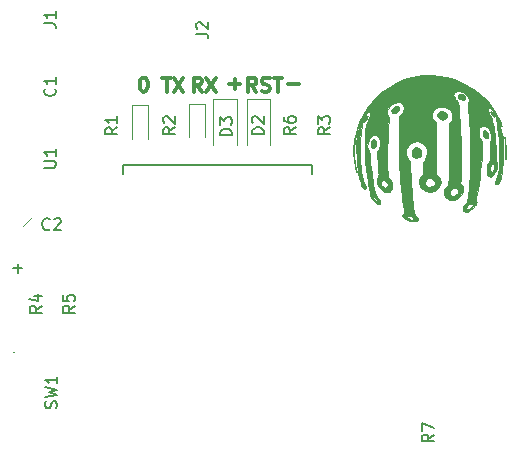
<source format=gbr>
G04 #@! TF.FileFunction,Legend,Top*
%FSLAX46Y46*%
G04 Gerber Fmt 4.6, Leading zero omitted, Abs format (unit mm)*
G04 Created by KiCad (PCBNEW 4.0.7-e2-6376~61~ubuntu18.04.1) date Sat Jun  9 20:52:15 2018*
%MOMM*%
%LPD*%
G01*
G04 APERTURE LIST*
%ADD10C,0.100000*%
%ADD11C,0.300000*%
%ADD12C,0.120000*%
%ADD13C,0.152400*%
%ADD14C,0.010000*%
%ADD15C,0.150000*%
G04 APERTURE END LIST*
D10*
D11*
X134342857Y-100585714D02*
X135257143Y-100585714D01*
X131642858Y-101242857D02*
X131242858Y-100671429D01*
X130957143Y-101242857D02*
X130957143Y-100042857D01*
X131414286Y-100042857D01*
X131528572Y-100100000D01*
X131585715Y-100157143D01*
X131642858Y-100271429D01*
X131642858Y-100442857D01*
X131585715Y-100557143D01*
X131528572Y-100614286D01*
X131414286Y-100671429D01*
X130957143Y-100671429D01*
X132100000Y-101185714D02*
X132271429Y-101242857D01*
X132557143Y-101242857D01*
X132671429Y-101185714D01*
X132728572Y-101128571D01*
X132785715Y-101014286D01*
X132785715Y-100900000D01*
X132728572Y-100785714D01*
X132671429Y-100728571D01*
X132557143Y-100671429D01*
X132328572Y-100614286D01*
X132214286Y-100557143D01*
X132157143Y-100500000D01*
X132100000Y-100385714D01*
X132100000Y-100271429D01*
X132157143Y-100157143D01*
X132214286Y-100100000D01*
X132328572Y-100042857D01*
X132614286Y-100042857D01*
X132785715Y-100100000D01*
X133128572Y-100042857D02*
X133814286Y-100042857D01*
X133471429Y-101242857D02*
X133471429Y-100042857D01*
X129342857Y-100585714D02*
X130257143Y-100585714D01*
X129800000Y-101042857D02*
X129800000Y-100128571D01*
X127000001Y-101242857D02*
X126600001Y-100671429D01*
X126314286Y-101242857D02*
X126314286Y-100042857D01*
X126771429Y-100042857D01*
X126885715Y-100100000D01*
X126942858Y-100157143D01*
X127000001Y-100271429D01*
X127000001Y-100442857D01*
X126942858Y-100557143D01*
X126885715Y-100614286D01*
X126771429Y-100671429D01*
X126314286Y-100671429D01*
X127400001Y-100042857D02*
X128200001Y-101242857D01*
X128200001Y-100042857D02*
X127400001Y-101242857D01*
X123685715Y-100042857D02*
X124371429Y-100042857D01*
X124028572Y-101242857D02*
X124028572Y-100042857D01*
X124657144Y-100042857D02*
X125457144Y-101242857D01*
X125457144Y-100042857D02*
X124657144Y-101242857D01*
X122042858Y-100042857D02*
X122157143Y-100042857D01*
X122271429Y-100100000D01*
X122328572Y-100157143D01*
X122385715Y-100271429D01*
X122442858Y-100500000D01*
X122442858Y-100785714D01*
X122385715Y-101014286D01*
X122328572Y-101128571D01*
X122271429Y-101185714D01*
X122157143Y-101242857D01*
X122042858Y-101242857D01*
X121928572Y-101185714D01*
X121871429Y-101128571D01*
X121814286Y-101014286D01*
X121757143Y-100785714D01*
X121757143Y-100500000D01*
X121814286Y-100271429D01*
X121871429Y-100157143D01*
X121928572Y-100100000D01*
X122042858Y-100042857D01*
D12*
X112680000Y-111810000D02*
X111910000Y-112580000D01*
X122500000Y-102400000D02*
X121100000Y-102400000D01*
X121100000Y-102400000D02*
X121100000Y-105200000D01*
X122500000Y-102400000D02*
X122500000Y-105200000D01*
X132800000Y-101850000D02*
X130800000Y-101850000D01*
X130800000Y-101850000D02*
X130800000Y-105750000D01*
X132800000Y-101850000D02*
X132800000Y-105750000D01*
X130000000Y-101850000D02*
X128000000Y-101850000D01*
X128000000Y-101850000D02*
X128000000Y-105750000D01*
X130000000Y-101850000D02*
X130000000Y-105750000D01*
X127300000Y-102300000D02*
X125900000Y-102300000D01*
X125900000Y-102300000D02*
X125900000Y-105100000D01*
X127300000Y-102300000D02*
X127300000Y-105100000D01*
X111070000Y-123270000D02*
X111100000Y-123270000D01*
D13*
X136316000Y-108241000D02*
X136316000Y-107479000D01*
X136316000Y-107479000D02*
X120314000Y-107479000D01*
X120314000Y-107479000D02*
X120314000Y-108241000D01*
D14*
G36*
X147132653Y-99883923D02*
X147776209Y-100002859D01*
X148359585Y-100168471D01*
X148980712Y-100410549D01*
X149574676Y-100717321D01*
X150135287Y-101084006D01*
X150656356Y-101505823D01*
X151131691Y-101977992D01*
X151555104Y-102495731D01*
X151762817Y-102796959D01*
X151846161Y-102934888D01*
X151942182Y-103108220D01*
X152043654Y-103302225D01*
X152143352Y-103502173D01*
X152234051Y-103693332D01*
X152308525Y-103860973D01*
X152359550Y-103990365D01*
X152377353Y-104049857D01*
X152389066Y-104117572D01*
X152379062Y-104122044D01*
X152359775Y-104094451D01*
X152309185Y-104050533D01*
X152267753Y-104071353D01*
X152250857Y-104148031D01*
X152261602Y-104214338D01*
X152290458Y-104330047D01*
X152332353Y-104475794D01*
X152359409Y-104562656D01*
X152434575Y-104846608D01*
X152488520Y-105166901D01*
X152521974Y-105531800D01*
X152535665Y-105949572D01*
X152530325Y-106428482D01*
X152528742Y-106481000D01*
X152512215Y-106927883D01*
X152492488Y-107310263D01*
X152468497Y-107636178D01*
X152439176Y-107913666D01*
X152403462Y-108150762D01*
X152360288Y-108355505D01*
X152308590Y-108535933D01*
X152247303Y-108700082D01*
X152229110Y-108742346D01*
X152137875Y-108924019D01*
X152054671Y-109036360D01*
X151977121Y-109081860D01*
X151915642Y-109070802D01*
X151873022Y-109037017D01*
X151858391Y-108982648D01*
X151866604Y-108884520D01*
X151869643Y-108863563D01*
X151894942Y-108750391D01*
X151940074Y-108598092D01*
X151996606Y-108434378D01*
X152014987Y-108386000D01*
X152072092Y-108220612D01*
X152118033Y-108041773D01*
X152153771Y-107840216D01*
X152180268Y-107606678D01*
X152198485Y-107331893D01*
X152209382Y-107006595D01*
X152213921Y-106621521D01*
X152214183Y-106465626D01*
X152203967Y-105866441D01*
X152172471Y-105309738D01*
X152117532Y-104767994D01*
X152037212Y-104215058D01*
X152005071Y-104018264D01*
X151973093Y-103819021D01*
X151945636Y-103644651D01*
X151931284Y-103550987D01*
X151898323Y-103391901D01*
X151850902Y-103232607D01*
X151811477Y-103134551D01*
X151748085Y-103027482D01*
X151659978Y-102908784D01*
X151559737Y-102791936D01*
X151459945Y-102690418D01*
X151373183Y-102617710D01*
X151312031Y-102587291D01*
X151301448Y-102588108D01*
X151265979Y-102631628D01*
X151243488Y-102716880D01*
X151242243Y-102728848D01*
X151240519Y-102780249D01*
X151247765Y-102833360D01*
X151268587Y-102899218D01*
X151307592Y-102988860D01*
X151369384Y-103113324D01*
X151458571Y-103283646D01*
X151528855Y-103415638D01*
X151573989Y-103532178D01*
X151621006Y-103711344D01*
X151668600Y-103943260D01*
X151715463Y-104218050D01*
X151760288Y-104525839D01*
X151801769Y-104856752D01*
X151838597Y-105200912D01*
X151869465Y-105548445D01*
X151893068Y-105889474D01*
X151908097Y-106214124D01*
X151910562Y-106299571D01*
X151922664Y-106646129D01*
X151940152Y-106924104D01*
X151962920Y-107132131D01*
X151984587Y-107246190D01*
X152016141Y-107398486D01*
X152020792Y-107524067D01*
X152000013Y-107663010D01*
X151999916Y-107663476D01*
X151951032Y-107827649D01*
X151876191Y-107995384D01*
X151784788Y-108152633D01*
X151686212Y-108285347D01*
X151589855Y-108379477D01*
X151505109Y-108420975D01*
X151492981Y-108421790D01*
X151359519Y-108401722D01*
X151262953Y-108338496D01*
X151196579Y-108223667D01*
X151153691Y-108048789D01*
X151144306Y-107982584D01*
X151141845Y-107737393D01*
X151403278Y-107737393D01*
X151404894Y-107860089D01*
X151448795Y-107953808D01*
X151469106Y-107972025D01*
X151525861Y-108012021D01*
X151560709Y-108019296D01*
X151612103Y-108001421D01*
X151614232Y-108000603D01*
X151687776Y-107937678D01*
X151744556Y-107823352D01*
X151775771Y-107678352D01*
X151779143Y-107612102D01*
X151762885Y-107481356D01*
X151718771Y-107399394D01*
X151653788Y-107375034D01*
X151605565Y-107393053D01*
X151508271Y-107484115D01*
X151439289Y-107605481D01*
X151403278Y-107737393D01*
X151141845Y-107737393D01*
X151141620Y-107715042D01*
X151196506Y-107456807D01*
X151304142Y-107230203D01*
X151308105Y-107224173D01*
X151415975Y-107061571D01*
X151416131Y-106278821D01*
X151417262Y-106000608D01*
X151420973Y-105784269D01*
X151427925Y-105619132D01*
X151438780Y-105494526D01*
X151454199Y-105399778D01*
X151474845Y-105324217D01*
X151475412Y-105322545D01*
X151517151Y-105103310D01*
X151506169Y-104868519D01*
X151447919Y-104636966D01*
X151347851Y-104427446D01*
X151211415Y-104258754D01*
X151152880Y-104210501D01*
X150992766Y-104125323D01*
X150845839Y-104104045D01*
X150716004Y-104138591D01*
X150607167Y-104220885D01*
X150523232Y-104342851D01*
X150468105Y-104496414D01*
X150445692Y-104673498D01*
X150459897Y-104866026D01*
X150514625Y-105065924D01*
X150613783Y-105265115D01*
X150630406Y-105290938D01*
X150745000Y-105463965D01*
X150737251Y-106053101D01*
X150724293Y-106445643D01*
X150696028Y-106893617D01*
X150654165Y-107381909D01*
X150600416Y-107895404D01*
X150536492Y-108418987D01*
X150464105Y-108937545D01*
X150384964Y-109435960D01*
X150303321Y-109886110D01*
X150263888Y-110096863D01*
X150239935Y-110248274D01*
X150230376Y-110351656D01*
X150234124Y-110418324D01*
X150248491Y-110457118D01*
X150287746Y-110567908D01*
X150268836Y-110691152D01*
X150189659Y-110838076D01*
X150172585Y-110862667D01*
X150010687Y-111052331D01*
X149823219Y-111209658D01*
X149625492Y-111324805D01*
X149432819Y-111387928D01*
X149341521Y-111396917D01*
X149210998Y-111378893D01*
X149132696Y-111318074D01*
X149100922Y-111207181D01*
X149103617Y-111092684D01*
X149110969Y-111046249D01*
X149425101Y-111046249D01*
X149458255Y-111130258D01*
X149464114Y-111136457D01*
X149512857Y-111170994D01*
X149570003Y-111171706D01*
X149652361Y-111134671D01*
X149759265Y-111067591D01*
X149882157Y-110965768D01*
X149949253Y-110868606D01*
X149963919Y-110786702D01*
X149929520Y-110730652D01*
X149849420Y-110711052D01*
X149726985Y-110738500D01*
X149663698Y-110766632D01*
X149534368Y-110852307D01*
X149452654Y-110949555D01*
X149425101Y-111046249D01*
X149110969Y-111046249D01*
X149122216Y-110975221D01*
X149161589Y-110890314D01*
X149238718Y-110806009D01*
X149272022Y-110775823D01*
X149343186Y-110706309D01*
X149400402Y-110631428D01*
X149446504Y-110541127D01*
X149484327Y-110425356D01*
X149516706Y-110274062D01*
X149546476Y-110077195D01*
X149576471Y-109824702D01*
X149598073Y-109619714D01*
X149624156Y-109363135D01*
X149645791Y-109143326D01*
X149663527Y-108949478D01*
X149677913Y-108770779D01*
X149689500Y-108596421D01*
X149698835Y-108415592D01*
X149706469Y-108217482D01*
X149712951Y-107991280D01*
X149718830Y-107726177D01*
X149724656Y-107411361D01*
X149730978Y-107036023D01*
X149731753Y-106989000D01*
X149739766Y-106285018D01*
X149739123Y-105639564D01*
X149729257Y-105039049D01*
X149709602Y-104469880D01*
X149679593Y-103918469D01*
X149638662Y-103371224D01*
X149586243Y-102814554D01*
X149540234Y-102392998D01*
X149537332Y-102253521D01*
X149569745Y-102155119D01*
X149579549Y-102139996D01*
X149633682Y-102002780D01*
X149626108Y-101845873D01*
X149558327Y-101685245D01*
X149533334Y-101648007D01*
X149404491Y-101494743D01*
X149261510Y-101382241D01*
X149078219Y-101290990D01*
X149027489Y-101270910D01*
X148798605Y-101204662D01*
X148609785Y-101195552D01*
X148462838Y-101243215D01*
X148359575Y-101347284D01*
X148327839Y-101412424D01*
X148322718Y-101506280D01*
X148354231Y-101629650D01*
X148411722Y-101757002D01*
X148484532Y-101862804D01*
X148534539Y-101907607D01*
X148590175Y-101949930D01*
X148635291Y-102002048D01*
X148671930Y-102072725D01*
X148702133Y-102170721D01*
X148727943Y-102304802D01*
X148751402Y-102483730D01*
X148774552Y-102716267D01*
X148799434Y-103011177D01*
X148803462Y-103061583D01*
X148826765Y-103375177D01*
X148850731Y-103733791D01*
X148873692Y-104109913D01*
X148893978Y-104476029D01*
X148909921Y-104804625D01*
X148911799Y-104848143D01*
X148921203Y-105110269D01*
X148929319Y-105415941D01*
X148936109Y-105755058D01*
X148941531Y-106117519D01*
X148945547Y-106493220D01*
X148948118Y-106872062D01*
X148949203Y-107243942D01*
X148948764Y-107598758D01*
X148946760Y-107926409D01*
X148943152Y-108216793D01*
X148937901Y-108459809D01*
X148930967Y-108645354D01*
X148926919Y-108712571D01*
X148917089Y-108863377D01*
X148917062Y-108962797D01*
X148931027Y-109031798D01*
X148963171Y-109091347D01*
X149016467Y-109160894D01*
X149120708Y-109330204D01*
X149156118Y-109498623D01*
X149125019Y-109679524D01*
X149112622Y-109714225D01*
X148983979Y-109959640D01*
X148802144Y-110157163D01*
X148592004Y-110296628D01*
X148380644Y-110387318D01*
X148193000Y-110418189D01*
X148012508Y-110389788D01*
X147855214Y-110321023D01*
X147740521Y-110244873D01*
X147644707Y-110157688D01*
X147609790Y-110112380D01*
X147529424Y-109915457D01*
X147519678Y-109788303D01*
X147989362Y-109788303D01*
X148015361Y-109905423D01*
X148092231Y-109994585D01*
X148117151Y-110009251D01*
X148230797Y-110049043D01*
X148345478Y-110042343D01*
X148454073Y-110005111D01*
X148585851Y-109923087D01*
X148678716Y-109812199D01*
X148725077Y-109688826D01*
X148717341Y-109569349D01*
X148684632Y-109507713D01*
X148566990Y-109407383D01*
X148424525Y-109371339D01*
X148269068Y-109401229D01*
X148193745Y-109439216D01*
X148080839Y-109538198D01*
X148011950Y-109660228D01*
X147989362Y-109788303D01*
X147519678Y-109788303D01*
X147513763Y-109711151D01*
X147561167Y-109514899D01*
X147669997Y-109342139D01*
X147694329Y-109316376D01*
X147736087Y-109275752D01*
X147772219Y-109239797D01*
X147803151Y-109203242D01*
X147829310Y-109160816D01*
X147851124Y-109107252D01*
X147869019Y-109037280D01*
X147883422Y-108945631D01*
X147894761Y-108827036D01*
X147903462Y-108676226D01*
X147909952Y-108487932D01*
X147914658Y-108256884D01*
X147918008Y-107977815D01*
X147920428Y-107645455D01*
X147922344Y-107254534D01*
X147924185Y-106799784D01*
X147925563Y-106462857D01*
X147936411Y-103904714D01*
X148041266Y-103795857D01*
X148157909Y-103637499D01*
X148214112Y-103458706D01*
X148222346Y-103330852D01*
X148186313Y-103110135D01*
X148084366Y-102909335D01*
X147922138Y-102736232D01*
X147705265Y-102598611D01*
X147685359Y-102589199D01*
X147563485Y-102539746D01*
X147452010Y-102515160D01*
X147318456Y-102510055D01*
X147228057Y-102513385D01*
X146994342Y-102548406D01*
X146809771Y-102630976D01*
X146664056Y-102767001D01*
X146589067Y-102880141D01*
X146525508Y-103055522D01*
X146510759Y-103251447D01*
X146541661Y-103446648D01*
X146615052Y-103619858D01*
X146717026Y-103741213D01*
X146750640Y-103769976D01*
X146779300Y-103799933D01*
X146803402Y-103836768D01*
X146823340Y-103886166D01*
X146839509Y-103953814D01*
X146852304Y-104045395D01*
X146862119Y-104166595D01*
X146869351Y-104323100D01*
X146874392Y-104520594D01*
X146877639Y-104764763D01*
X146879487Y-105061291D01*
X146880329Y-105415865D01*
X146880561Y-105834168D01*
X146880572Y-106095991D01*
X146880572Y-108200157D01*
X147025521Y-108367633D01*
X147107786Y-108474713D01*
X147169037Y-108576553D01*
X147190992Y-108632912D01*
X147212105Y-108734295D01*
X147225730Y-108800546D01*
X147225622Y-108927170D01*
X147189174Y-109083926D01*
X147124844Y-109243855D01*
X147045923Y-109373757D01*
X146868878Y-109551958D01*
X146663569Y-109670654D01*
X146441427Y-109731095D01*
X146213885Y-109734528D01*
X145992377Y-109682199D01*
X145788334Y-109575356D01*
X145613189Y-109415248D01*
X145478376Y-109203121D01*
X145478176Y-109202692D01*
X145405999Y-108973066D01*
X145404741Y-108878008D01*
X145909888Y-108878008D01*
X145910702Y-109019313D01*
X145964640Y-109139673D01*
X146062076Y-109231227D01*
X146193378Y-109286115D01*
X146348920Y-109296474D01*
X146519071Y-109254444D01*
X146584397Y-109223723D01*
X146684366Y-109135569D01*
X146729874Y-109018459D01*
X146724144Y-108887475D01*
X146670401Y-108757696D01*
X146571867Y-108644201D01*
X146443999Y-108566954D01*
X146296079Y-108541892D01*
X146146536Y-108576348D01*
X146019954Y-108662165D01*
X145971829Y-108723619D01*
X145909888Y-108878008D01*
X145404741Y-108878008D01*
X145403047Y-108750088D01*
X145468038Y-108541888D01*
X145599688Y-108356594D01*
X145614000Y-108342072D01*
X145755714Y-108201767D01*
X145755714Y-107185457D01*
X145897347Y-106996514D01*
X146033770Y-106771166D01*
X146104599Y-106540591D01*
X146118369Y-106369535D01*
X146085377Y-106126250D01*
X145992296Y-105909413D01*
X145849011Y-105726237D01*
X145665408Y-105583931D01*
X145451373Y-105489707D01*
X145216792Y-105450776D01*
X144971550Y-105474349D01*
X144912586Y-105489993D01*
X144754121Y-105566488D01*
X144593763Y-105692767D01*
X144451813Y-105849521D01*
X144348574Y-106017440D01*
X144341621Y-106033032D01*
X144280395Y-106263506D01*
X144284185Y-106504899D01*
X144350017Y-106742758D01*
X144474916Y-106962628D01*
X144551785Y-107054172D01*
X144585800Y-107092419D01*
X144611121Y-107132251D01*
X144629557Y-107185029D01*
X144642917Y-107262115D01*
X144653010Y-107374871D01*
X144661642Y-107534659D01*
X144670623Y-107752840D01*
X144673071Y-107816172D01*
X144682414Y-108038947D01*
X144692532Y-108246575D01*
X144702588Y-108424096D01*
X144711747Y-108556553D01*
X144718109Y-108621857D01*
X144726785Y-108710989D01*
X144736978Y-108854765D01*
X144747572Y-109035305D01*
X144757453Y-109234731D01*
X144760008Y-109293143D01*
X144771716Y-109515529D01*
X144789024Y-109773137D01*
X144810663Y-110052439D01*
X144835365Y-110339904D01*
X144861862Y-110622005D01*
X144888885Y-110885210D01*
X144915166Y-111115992D01*
X144939436Y-111300821D01*
X144959613Y-111422201D01*
X144993923Y-111546455D01*
X145048877Y-111638374D01*
X145144563Y-111730188D01*
X145159007Y-111742131D01*
X145275184Y-111864318D01*
X145321567Y-111977742D01*
X145300880Y-112076315D01*
X145215850Y-112153949D01*
X145069204Y-112204559D01*
X144945015Y-112219910D01*
X144795544Y-112215578D01*
X144642599Y-112191403D01*
X144594572Y-112178257D01*
X144439220Y-112113602D01*
X144281522Y-112024229D01*
X144142211Y-111924066D01*
X144042027Y-111827045D01*
X144035873Y-111818175D01*
X144384178Y-111818175D01*
X144397558Y-111897480D01*
X144467652Y-111965199D01*
X144601940Y-112028173D01*
X144621442Y-112035279D01*
X144735043Y-112072409D01*
X144806930Y-112081977D01*
X144862425Y-112064225D01*
X144901961Y-112037961D01*
X144948761Y-111972130D01*
X144924699Y-111896531D01*
X144830542Y-111813064D01*
X144804433Y-111796252D01*
X144688657Y-111746415D01*
X144568951Y-111728523D01*
X144465416Y-111741526D01*
X144398155Y-111784376D01*
X144384178Y-111818175D01*
X144035873Y-111818175D01*
X144016084Y-111789658D01*
X143984349Y-111720665D01*
X143989187Y-111665500D01*
X144035190Y-111591904D01*
X144046408Y-111576627D01*
X144099827Y-111488874D01*
X144116929Y-111401853D01*
X144107883Y-111293540D01*
X144040357Y-110800558D01*
X143979045Y-110326834D01*
X143926186Y-109890169D01*
X143886530Y-109532502D01*
X143865686Y-109341503D01*
X143846035Y-109176466D01*
X143829291Y-109050714D01*
X143817168Y-108977570D01*
X143813543Y-108965138D01*
X143805882Y-108920717D01*
X143796709Y-108818349D01*
X143787102Y-108672613D01*
X143778142Y-108498085D01*
X143776984Y-108471779D01*
X143768636Y-108281440D01*
X143757859Y-108040449D01*
X143745641Y-107770643D01*
X143732969Y-107493859D01*
X143722195Y-107261143D01*
X143710972Y-106967078D01*
X143701949Y-106622648D01*
X143695172Y-106241917D01*
X143690683Y-105838950D01*
X143688527Y-105427809D01*
X143688748Y-105022559D01*
X143691389Y-104637263D01*
X143696495Y-104285986D01*
X143704110Y-103982790D01*
X143711365Y-103798093D01*
X143735301Y-103298998D01*
X143859112Y-103150806D01*
X144013386Y-102934297D01*
X144100239Y-102733296D01*
X144122722Y-102572660D01*
X144091661Y-102392553D01*
X144006670Y-102244418D01*
X143879532Y-102138782D01*
X143722032Y-102086173D01*
X143581777Y-102089396D01*
X143339817Y-102164211D01*
X143117195Y-102293423D01*
X142928050Y-102464947D01*
X142786522Y-102666700D01*
X142721939Y-102824250D01*
X142691849Y-102935765D01*
X142684471Y-103013318D01*
X142703099Y-103087796D01*
X142751026Y-103190090D01*
X142763609Y-103215007D01*
X142812775Y-103319466D01*
X142840385Y-103407662D01*
X142850585Y-103505447D01*
X142847520Y-103638675D01*
X142843253Y-103711737D01*
X142814239Y-104173841D01*
X142789482Y-104571526D01*
X142768738Y-104912803D01*
X142751759Y-105205685D01*
X142738298Y-105458183D01*
X142728111Y-105678310D01*
X142720949Y-105874077D01*
X142716567Y-106053497D01*
X142714717Y-106224581D01*
X142715155Y-106395342D01*
X142717632Y-106573792D01*
X142721903Y-106767942D01*
X142727721Y-106985805D01*
X142734839Y-107235392D01*
X142734845Y-107235584D01*
X142770023Y-108462671D01*
X142881959Y-108578550D01*
X143011898Y-108750613D01*
X143097372Y-108942904D01*
X143137930Y-109141704D01*
X143133122Y-109333291D01*
X143082496Y-109503946D01*
X142985602Y-109639949D01*
X142918541Y-109691355D01*
X142777136Y-109751424D01*
X142632927Y-109753849D01*
X142470198Y-109697610D01*
X142394517Y-109657383D01*
X142188791Y-109506915D01*
X142026236Y-109322353D01*
X141911606Y-109115563D01*
X141877521Y-108996085D01*
X142166226Y-108996085D01*
X142225470Y-109129227D01*
X142304303Y-109224840D01*
X142436227Y-109328113D01*
X142558090Y-109368202D01*
X142662573Y-109344054D01*
X142723800Y-109285069D01*
X142773121Y-109178540D01*
X142765064Y-109067821D01*
X142704211Y-108942760D01*
X142600426Y-108818483D01*
X142480219Y-108742447D01*
X142358472Y-108719988D01*
X142250064Y-108756443D01*
X142229786Y-108772624D01*
X142167006Y-108873220D01*
X142166226Y-108996085D01*
X141877521Y-108996085D01*
X141849656Y-108898411D01*
X141845141Y-108682764D01*
X141902815Y-108480488D01*
X141913949Y-108458046D01*
X141947818Y-108387818D01*
X141967841Y-108323239D01*
X141975262Y-108246286D01*
X141971327Y-108138935D01*
X141957282Y-107983164D01*
X141951018Y-107921714D01*
X141935152Y-107742991D01*
X141918828Y-107516561D01*
X141903639Y-107267256D01*
X141891181Y-107019912D01*
X141887564Y-106933390D01*
X141864132Y-106333495D01*
X141985815Y-106098819D01*
X142049579Y-105967222D01*
X142086314Y-105859037D01*
X142103246Y-105743124D01*
X142107600Y-105588345D01*
X142107621Y-105573857D01*
X142086815Y-105317157D01*
X142024960Y-105116316D01*
X141923262Y-104973128D01*
X141782929Y-104889388D01*
X141631996Y-104866286D01*
X141475309Y-104896436D01*
X141337272Y-104989299D01*
X141213629Y-105148489D01*
X141142364Y-105282011D01*
X141055021Y-105541856D01*
X141039169Y-105798684D01*
X141094883Y-106048825D01*
X141125282Y-106121410D01*
X141165462Y-106221588D01*
X141194352Y-106332779D01*
X141215117Y-106473002D01*
X141230920Y-106660274D01*
X141236789Y-106756410D01*
X141258285Y-107066245D01*
X141288920Y-107387180D01*
X141330414Y-107733212D01*
X141384485Y-108118342D01*
X141452852Y-108556568D01*
X141472875Y-108679071D01*
X141549127Y-109105136D01*
X141625693Y-109459258D01*
X141702748Y-109742064D01*
X141780468Y-109954182D01*
X141859031Y-110096241D01*
X141877744Y-110119652D01*
X141996748Y-110280681D01*
X142080255Y-110444330D01*
X142119420Y-110591339D01*
X142120171Y-110647456D01*
X142100671Y-110730999D01*
X142050338Y-110766838D01*
X142008641Y-110774251D01*
X141948600Y-110770316D01*
X141881238Y-110738650D01*
X141792882Y-110670481D01*
X141669859Y-110557033D01*
X141669341Y-110556537D01*
X141494531Y-110375909D01*
X141373087Y-110215865D01*
X141354221Y-110177920D01*
X141494947Y-110177920D01*
X141522891Y-110263762D01*
X141585446Y-110358203D01*
X141677676Y-110446395D01*
X141681627Y-110449369D01*
X141786278Y-110512830D01*
X141850020Y-110516487D01*
X141873050Y-110460345D01*
X141873143Y-110454390D01*
X141849427Y-110387644D01*
X141789913Y-110297683D01*
X141712052Y-110204909D01*
X141633299Y-110129721D01*
X141571103Y-110092519D01*
X141562634Y-110091428D01*
X141506549Y-110115526D01*
X141494947Y-110177920D01*
X141354221Y-110177920D01*
X141295749Y-110060320D01*
X141253257Y-109893186D01*
X141243710Y-109817085D01*
X141224804Y-109676020D01*
X141193514Y-109497887D01*
X141155796Y-109315836D01*
X141145873Y-109272800D01*
X141117490Y-109137020D01*
X141082661Y-108945840D01*
X141044142Y-108715842D01*
X141004688Y-108463613D01*
X140967055Y-108205736D01*
X140959328Y-108150143D01*
X140927505Y-107912769D01*
X140902073Y-107704600D01*
X140882134Y-107511735D01*
X140866791Y-107320273D01*
X140855145Y-107116313D01*
X140846299Y-106885954D01*
X140839354Y-106615296D01*
X140833413Y-106290437D01*
X140831569Y-106172179D01*
X140826645Y-105704195D01*
X140827601Y-105301498D01*
X140835146Y-104956992D01*
X140849990Y-104663576D01*
X140872840Y-104414153D01*
X140904406Y-104201622D01*
X140945398Y-104018887D01*
X140996523Y-103858847D01*
X141058492Y-103714405D01*
X141081597Y-103668655D01*
X141181528Y-103451865D01*
X141239577Y-103266535D01*
X141254713Y-103119545D01*
X141225907Y-103017774D01*
X141184686Y-102979948D01*
X141135001Y-102961637D01*
X141087365Y-102973201D01*
X141024171Y-103023546D01*
X140949371Y-103098995D01*
X140801965Y-103275481D01*
X140695831Y-103461178D01*
X140623712Y-103674143D01*
X140578355Y-103932436D01*
X140566018Y-104053203D01*
X140547810Y-104246679D01*
X140526880Y-104442660D01*
X140506435Y-104612101D01*
X140496102Y-104686509D01*
X140471646Y-104887110D01*
X140449201Y-105141570D01*
X140429641Y-105431186D01*
X140413838Y-105737255D01*
X140402666Y-106041074D01*
X140396996Y-106323940D01*
X140397703Y-106567150D01*
X140402185Y-106698714D01*
X140419717Y-106987972D01*
X140441553Y-107284680D01*
X140466457Y-107576555D01*
X140493194Y-107851316D01*
X140520528Y-108096681D01*
X140547224Y-108300367D01*
X140572047Y-108450093D01*
X140583532Y-108501511D01*
X140625123Y-108631735D01*
X140687395Y-108793246D01*
X140757514Y-108952961D01*
X140763732Y-108966034D01*
X140843641Y-109157076D01*
X140885497Y-109313632D01*
X140888194Y-109427865D01*
X140850621Y-109491940D01*
X140838915Y-109497768D01*
X140774482Y-109486023D01*
X140698144Y-109414251D01*
X140615256Y-109292913D01*
X140531175Y-109132471D01*
X140451256Y-108943386D01*
X140380854Y-108736119D01*
X140325326Y-108521133D01*
X140316199Y-108476714D01*
X140251359Y-108120746D01*
X140200592Y-107780883D01*
X140162181Y-107439141D01*
X140134407Y-107077538D01*
X140115552Y-106678092D01*
X140104614Y-106262191D01*
X140099497Y-105972756D01*
X140096688Y-105744920D01*
X140096747Y-105567734D01*
X140100236Y-105430246D01*
X140107718Y-105321505D01*
X140119754Y-105230561D01*
X140136905Y-105146464D01*
X140159733Y-105058262D01*
X140167866Y-105029033D01*
X140221524Y-104820192D01*
X140259838Y-104634600D01*
X140281136Y-104483898D01*
X140283748Y-104379730D01*
X140267538Y-104334560D01*
X140215153Y-104332237D01*
X140178879Y-104394218D01*
X140161357Y-104513495D01*
X140161202Y-104616637D01*
X140159640Y-104765065D01*
X140135977Y-104877022D01*
X140082860Y-104987090D01*
X140082215Y-104988196D01*
X140027412Y-105125192D01*
X139983506Y-105322512D01*
X139950791Y-105568686D01*
X139929562Y-105852245D01*
X139920113Y-106161720D01*
X139922740Y-106485642D01*
X139937737Y-106812541D01*
X139965398Y-107130948D01*
X140006018Y-107429393D01*
X140017769Y-107497000D01*
X140049371Y-107664444D01*
X140078822Y-107809689D01*
X140102447Y-107915216D01*
X140114826Y-107959643D01*
X140118325Y-108012375D01*
X140099717Y-108023143D01*
X140081464Y-108020053D01*
X140065753Y-108003786D01*
X140049603Y-107963846D01*
X140030034Y-107889738D01*
X140004064Y-107770965D01*
X139968713Y-107597034D01*
X139945146Y-107478857D01*
X139903043Y-107209252D01*
X139871856Y-106891158D01*
X139852474Y-106547961D01*
X139845787Y-106203045D01*
X139852682Y-105879798D01*
X139873862Y-105603213D01*
X139912430Y-105341418D01*
X139969526Y-105046176D01*
X140040262Y-104736861D01*
X140119748Y-104432849D01*
X140203097Y-104153514D01*
X140285420Y-103918231D01*
X140320717Y-103832143D01*
X140634612Y-103192614D01*
X140993832Y-102609244D01*
X141400177Y-102080122D01*
X141855445Y-101603339D01*
X142361435Y-101176983D01*
X142919946Y-100799145D01*
X143450804Y-100507993D01*
X143934393Y-100287661D01*
X144398576Y-100118732D01*
X144866152Y-99993571D01*
X145157000Y-99936445D01*
X145832099Y-99851371D01*
X146487633Y-99833645D01*
X147132653Y-99883923D01*
X147132653Y-99883923D01*
G37*
X147132653Y-99883923D02*
X147776209Y-100002859D01*
X148359585Y-100168471D01*
X148980712Y-100410549D01*
X149574676Y-100717321D01*
X150135287Y-101084006D01*
X150656356Y-101505823D01*
X151131691Y-101977992D01*
X151555104Y-102495731D01*
X151762817Y-102796959D01*
X151846161Y-102934888D01*
X151942182Y-103108220D01*
X152043654Y-103302225D01*
X152143352Y-103502173D01*
X152234051Y-103693332D01*
X152308525Y-103860973D01*
X152359550Y-103990365D01*
X152377353Y-104049857D01*
X152389066Y-104117572D01*
X152379062Y-104122044D01*
X152359775Y-104094451D01*
X152309185Y-104050533D01*
X152267753Y-104071353D01*
X152250857Y-104148031D01*
X152261602Y-104214338D01*
X152290458Y-104330047D01*
X152332353Y-104475794D01*
X152359409Y-104562656D01*
X152434575Y-104846608D01*
X152488520Y-105166901D01*
X152521974Y-105531800D01*
X152535665Y-105949572D01*
X152530325Y-106428482D01*
X152528742Y-106481000D01*
X152512215Y-106927883D01*
X152492488Y-107310263D01*
X152468497Y-107636178D01*
X152439176Y-107913666D01*
X152403462Y-108150762D01*
X152360288Y-108355505D01*
X152308590Y-108535933D01*
X152247303Y-108700082D01*
X152229110Y-108742346D01*
X152137875Y-108924019D01*
X152054671Y-109036360D01*
X151977121Y-109081860D01*
X151915642Y-109070802D01*
X151873022Y-109037017D01*
X151858391Y-108982648D01*
X151866604Y-108884520D01*
X151869643Y-108863563D01*
X151894942Y-108750391D01*
X151940074Y-108598092D01*
X151996606Y-108434378D01*
X152014987Y-108386000D01*
X152072092Y-108220612D01*
X152118033Y-108041773D01*
X152153771Y-107840216D01*
X152180268Y-107606678D01*
X152198485Y-107331893D01*
X152209382Y-107006595D01*
X152213921Y-106621521D01*
X152214183Y-106465626D01*
X152203967Y-105866441D01*
X152172471Y-105309738D01*
X152117532Y-104767994D01*
X152037212Y-104215058D01*
X152005071Y-104018264D01*
X151973093Y-103819021D01*
X151945636Y-103644651D01*
X151931284Y-103550987D01*
X151898323Y-103391901D01*
X151850902Y-103232607D01*
X151811477Y-103134551D01*
X151748085Y-103027482D01*
X151659978Y-102908784D01*
X151559737Y-102791936D01*
X151459945Y-102690418D01*
X151373183Y-102617710D01*
X151312031Y-102587291D01*
X151301448Y-102588108D01*
X151265979Y-102631628D01*
X151243488Y-102716880D01*
X151242243Y-102728848D01*
X151240519Y-102780249D01*
X151247765Y-102833360D01*
X151268587Y-102899218D01*
X151307592Y-102988860D01*
X151369384Y-103113324D01*
X151458571Y-103283646D01*
X151528855Y-103415638D01*
X151573989Y-103532178D01*
X151621006Y-103711344D01*
X151668600Y-103943260D01*
X151715463Y-104218050D01*
X151760288Y-104525839D01*
X151801769Y-104856752D01*
X151838597Y-105200912D01*
X151869465Y-105548445D01*
X151893068Y-105889474D01*
X151908097Y-106214124D01*
X151910562Y-106299571D01*
X151922664Y-106646129D01*
X151940152Y-106924104D01*
X151962920Y-107132131D01*
X151984587Y-107246190D01*
X152016141Y-107398486D01*
X152020792Y-107524067D01*
X152000013Y-107663010D01*
X151999916Y-107663476D01*
X151951032Y-107827649D01*
X151876191Y-107995384D01*
X151784788Y-108152633D01*
X151686212Y-108285347D01*
X151589855Y-108379477D01*
X151505109Y-108420975D01*
X151492981Y-108421790D01*
X151359519Y-108401722D01*
X151262953Y-108338496D01*
X151196579Y-108223667D01*
X151153691Y-108048789D01*
X151144306Y-107982584D01*
X151141845Y-107737393D01*
X151403278Y-107737393D01*
X151404894Y-107860089D01*
X151448795Y-107953808D01*
X151469106Y-107972025D01*
X151525861Y-108012021D01*
X151560709Y-108019296D01*
X151612103Y-108001421D01*
X151614232Y-108000603D01*
X151687776Y-107937678D01*
X151744556Y-107823352D01*
X151775771Y-107678352D01*
X151779143Y-107612102D01*
X151762885Y-107481356D01*
X151718771Y-107399394D01*
X151653788Y-107375034D01*
X151605565Y-107393053D01*
X151508271Y-107484115D01*
X151439289Y-107605481D01*
X151403278Y-107737393D01*
X151141845Y-107737393D01*
X151141620Y-107715042D01*
X151196506Y-107456807D01*
X151304142Y-107230203D01*
X151308105Y-107224173D01*
X151415975Y-107061571D01*
X151416131Y-106278821D01*
X151417262Y-106000608D01*
X151420973Y-105784269D01*
X151427925Y-105619132D01*
X151438780Y-105494526D01*
X151454199Y-105399778D01*
X151474845Y-105324217D01*
X151475412Y-105322545D01*
X151517151Y-105103310D01*
X151506169Y-104868519D01*
X151447919Y-104636966D01*
X151347851Y-104427446D01*
X151211415Y-104258754D01*
X151152880Y-104210501D01*
X150992766Y-104125323D01*
X150845839Y-104104045D01*
X150716004Y-104138591D01*
X150607167Y-104220885D01*
X150523232Y-104342851D01*
X150468105Y-104496414D01*
X150445692Y-104673498D01*
X150459897Y-104866026D01*
X150514625Y-105065924D01*
X150613783Y-105265115D01*
X150630406Y-105290938D01*
X150745000Y-105463965D01*
X150737251Y-106053101D01*
X150724293Y-106445643D01*
X150696028Y-106893617D01*
X150654165Y-107381909D01*
X150600416Y-107895404D01*
X150536492Y-108418987D01*
X150464105Y-108937545D01*
X150384964Y-109435960D01*
X150303321Y-109886110D01*
X150263888Y-110096863D01*
X150239935Y-110248274D01*
X150230376Y-110351656D01*
X150234124Y-110418324D01*
X150248491Y-110457118D01*
X150287746Y-110567908D01*
X150268836Y-110691152D01*
X150189659Y-110838076D01*
X150172585Y-110862667D01*
X150010687Y-111052331D01*
X149823219Y-111209658D01*
X149625492Y-111324805D01*
X149432819Y-111387928D01*
X149341521Y-111396917D01*
X149210998Y-111378893D01*
X149132696Y-111318074D01*
X149100922Y-111207181D01*
X149103617Y-111092684D01*
X149110969Y-111046249D01*
X149425101Y-111046249D01*
X149458255Y-111130258D01*
X149464114Y-111136457D01*
X149512857Y-111170994D01*
X149570003Y-111171706D01*
X149652361Y-111134671D01*
X149759265Y-111067591D01*
X149882157Y-110965768D01*
X149949253Y-110868606D01*
X149963919Y-110786702D01*
X149929520Y-110730652D01*
X149849420Y-110711052D01*
X149726985Y-110738500D01*
X149663698Y-110766632D01*
X149534368Y-110852307D01*
X149452654Y-110949555D01*
X149425101Y-111046249D01*
X149110969Y-111046249D01*
X149122216Y-110975221D01*
X149161589Y-110890314D01*
X149238718Y-110806009D01*
X149272022Y-110775823D01*
X149343186Y-110706309D01*
X149400402Y-110631428D01*
X149446504Y-110541127D01*
X149484327Y-110425356D01*
X149516706Y-110274062D01*
X149546476Y-110077195D01*
X149576471Y-109824702D01*
X149598073Y-109619714D01*
X149624156Y-109363135D01*
X149645791Y-109143326D01*
X149663527Y-108949478D01*
X149677913Y-108770779D01*
X149689500Y-108596421D01*
X149698835Y-108415592D01*
X149706469Y-108217482D01*
X149712951Y-107991280D01*
X149718830Y-107726177D01*
X149724656Y-107411361D01*
X149730978Y-107036023D01*
X149731753Y-106989000D01*
X149739766Y-106285018D01*
X149739123Y-105639564D01*
X149729257Y-105039049D01*
X149709602Y-104469880D01*
X149679593Y-103918469D01*
X149638662Y-103371224D01*
X149586243Y-102814554D01*
X149540234Y-102392998D01*
X149537332Y-102253521D01*
X149569745Y-102155119D01*
X149579549Y-102139996D01*
X149633682Y-102002780D01*
X149626108Y-101845873D01*
X149558327Y-101685245D01*
X149533334Y-101648007D01*
X149404491Y-101494743D01*
X149261510Y-101382241D01*
X149078219Y-101290990D01*
X149027489Y-101270910D01*
X148798605Y-101204662D01*
X148609785Y-101195552D01*
X148462838Y-101243215D01*
X148359575Y-101347284D01*
X148327839Y-101412424D01*
X148322718Y-101506280D01*
X148354231Y-101629650D01*
X148411722Y-101757002D01*
X148484532Y-101862804D01*
X148534539Y-101907607D01*
X148590175Y-101949930D01*
X148635291Y-102002048D01*
X148671930Y-102072725D01*
X148702133Y-102170721D01*
X148727943Y-102304802D01*
X148751402Y-102483730D01*
X148774552Y-102716267D01*
X148799434Y-103011177D01*
X148803462Y-103061583D01*
X148826765Y-103375177D01*
X148850731Y-103733791D01*
X148873692Y-104109913D01*
X148893978Y-104476029D01*
X148909921Y-104804625D01*
X148911799Y-104848143D01*
X148921203Y-105110269D01*
X148929319Y-105415941D01*
X148936109Y-105755058D01*
X148941531Y-106117519D01*
X148945547Y-106493220D01*
X148948118Y-106872062D01*
X148949203Y-107243942D01*
X148948764Y-107598758D01*
X148946760Y-107926409D01*
X148943152Y-108216793D01*
X148937901Y-108459809D01*
X148930967Y-108645354D01*
X148926919Y-108712571D01*
X148917089Y-108863377D01*
X148917062Y-108962797D01*
X148931027Y-109031798D01*
X148963171Y-109091347D01*
X149016467Y-109160894D01*
X149120708Y-109330204D01*
X149156118Y-109498623D01*
X149125019Y-109679524D01*
X149112622Y-109714225D01*
X148983979Y-109959640D01*
X148802144Y-110157163D01*
X148592004Y-110296628D01*
X148380644Y-110387318D01*
X148193000Y-110418189D01*
X148012508Y-110389788D01*
X147855214Y-110321023D01*
X147740521Y-110244873D01*
X147644707Y-110157688D01*
X147609790Y-110112380D01*
X147529424Y-109915457D01*
X147519678Y-109788303D01*
X147989362Y-109788303D01*
X148015361Y-109905423D01*
X148092231Y-109994585D01*
X148117151Y-110009251D01*
X148230797Y-110049043D01*
X148345478Y-110042343D01*
X148454073Y-110005111D01*
X148585851Y-109923087D01*
X148678716Y-109812199D01*
X148725077Y-109688826D01*
X148717341Y-109569349D01*
X148684632Y-109507713D01*
X148566990Y-109407383D01*
X148424525Y-109371339D01*
X148269068Y-109401229D01*
X148193745Y-109439216D01*
X148080839Y-109538198D01*
X148011950Y-109660228D01*
X147989362Y-109788303D01*
X147519678Y-109788303D01*
X147513763Y-109711151D01*
X147561167Y-109514899D01*
X147669997Y-109342139D01*
X147694329Y-109316376D01*
X147736087Y-109275752D01*
X147772219Y-109239797D01*
X147803151Y-109203242D01*
X147829310Y-109160816D01*
X147851124Y-109107252D01*
X147869019Y-109037280D01*
X147883422Y-108945631D01*
X147894761Y-108827036D01*
X147903462Y-108676226D01*
X147909952Y-108487932D01*
X147914658Y-108256884D01*
X147918008Y-107977815D01*
X147920428Y-107645455D01*
X147922344Y-107254534D01*
X147924185Y-106799784D01*
X147925563Y-106462857D01*
X147936411Y-103904714D01*
X148041266Y-103795857D01*
X148157909Y-103637499D01*
X148214112Y-103458706D01*
X148222346Y-103330852D01*
X148186313Y-103110135D01*
X148084366Y-102909335D01*
X147922138Y-102736232D01*
X147705265Y-102598611D01*
X147685359Y-102589199D01*
X147563485Y-102539746D01*
X147452010Y-102515160D01*
X147318456Y-102510055D01*
X147228057Y-102513385D01*
X146994342Y-102548406D01*
X146809771Y-102630976D01*
X146664056Y-102767001D01*
X146589067Y-102880141D01*
X146525508Y-103055522D01*
X146510759Y-103251447D01*
X146541661Y-103446648D01*
X146615052Y-103619858D01*
X146717026Y-103741213D01*
X146750640Y-103769976D01*
X146779300Y-103799933D01*
X146803402Y-103836768D01*
X146823340Y-103886166D01*
X146839509Y-103953814D01*
X146852304Y-104045395D01*
X146862119Y-104166595D01*
X146869351Y-104323100D01*
X146874392Y-104520594D01*
X146877639Y-104764763D01*
X146879487Y-105061291D01*
X146880329Y-105415865D01*
X146880561Y-105834168D01*
X146880572Y-106095991D01*
X146880572Y-108200157D01*
X147025521Y-108367633D01*
X147107786Y-108474713D01*
X147169037Y-108576553D01*
X147190992Y-108632912D01*
X147212105Y-108734295D01*
X147225730Y-108800546D01*
X147225622Y-108927170D01*
X147189174Y-109083926D01*
X147124844Y-109243855D01*
X147045923Y-109373757D01*
X146868878Y-109551958D01*
X146663569Y-109670654D01*
X146441427Y-109731095D01*
X146213885Y-109734528D01*
X145992377Y-109682199D01*
X145788334Y-109575356D01*
X145613189Y-109415248D01*
X145478376Y-109203121D01*
X145478176Y-109202692D01*
X145405999Y-108973066D01*
X145404741Y-108878008D01*
X145909888Y-108878008D01*
X145910702Y-109019313D01*
X145964640Y-109139673D01*
X146062076Y-109231227D01*
X146193378Y-109286115D01*
X146348920Y-109296474D01*
X146519071Y-109254444D01*
X146584397Y-109223723D01*
X146684366Y-109135569D01*
X146729874Y-109018459D01*
X146724144Y-108887475D01*
X146670401Y-108757696D01*
X146571867Y-108644201D01*
X146443999Y-108566954D01*
X146296079Y-108541892D01*
X146146536Y-108576348D01*
X146019954Y-108662165D01*
X145971829Y-108723619D01*
X145909888Y-108878008D01*
X145404741Y-108878008D01*
X145403047Y-108750088D01*
X145468038Y-108541888D01*
X145599688Y-108356594D01*
X145614000Y-108342072D01*
X145755714Y-108201767D01*
X145755714Y-107185457D01*
X145897347Y-106996514D01*
X146033770Y-106771166D01*
X146104599Y-106540591D01*
X146118369Y-106369535D01*
X146085377Y-106126250D01*
X145992296Y-105909413D01*
X145849011Y-105726237D01*
X145665408Y-105583931D01*
X145451373Y-105489707D01*
X145216792Y-105450776D01*
X144971550Y-105474349D01*
X144912586Y-105489993D01*
X144754121Y-105566488D01*
X144593763Y-105692767D01*
X144451813Y-105849521D01*
X144348574Y-106017440D01*
X144341621Y-106033032D01*
X144280395Y-106263506D01*
X144284185Y-106504899D01*
X144350017Y-106742758D01*
X144474916Y-106962628D01*
X144551785Y-107054172D01*
X144585800Y-107092419D01*
X144611121Y-107132251D01*
X144629557Y-107185029D01*
X144642917Y-107262115D01*
X144653010Y-107374871D01*
X144661642Y-107534659D01*
X144670623Y-107752840D01*
X144673071Y-107816172D01*
X144682414Y-108038947D01*
X144692532Y-108246575D01*
X144702588Y-108424096D01*
X144711747Y-108556553D01*
X144718109Y-108621857D01*
X144726785Y-108710989D01*
X144736978Y-108854765D01*
X144747572Y-109035305D01*
X144757453Y-109234731D01*
X144760008Y-109293143D01*
X144771716Y-109515529D01*
X144789024Y-109773137D01*
X144810663Y-110052439D01*
X144835365Y-110339904D01*
X144861862Y-110622005D01*
X144888885Y-110885210D01*
X144915166Y-111115992D01*
X144939436Y-111300821D01*
X144959613Y-111422201D01*
X144993923Y-111546455D01*
X145048877Y-111638374D01*
X145144563Y-111730188D01*
X145159007Y-111742131D01*
X145275184Y-111864318D01*
X145321567Y-111977742D01*
X145300880Y-112076315D01*
X145215850Y-112153949D01*
X145069204Y-112204559D01*
X144945015Y-112219910D01*
X144795544Y-112215578D01*
X144642599Y-112191403D01*
X144594572Y-112178257D01*
X144439220Y-112113602D01*
X144281522Y-112024229D01*
X144142211Y-111924066D01*
X144042027Y-111827045D01*
X144035873Y-111818175D01*
X144384178Y-111818175D01*
X144397558Y-111897480D01*
X144467652Y-111965199D01*
X144601940Y-112028173D01*
X144621442Y-112035279D01*
X144735043Y-112072409D01*
X144806930Y-112081977D01*
X144862425Y-112064225D01*
X144901961Y-112037961D01*
X144948761Y-111972130D01*
X144924699Y-111896531D01*
X144830542Y-111813064D01*
X144804433Y-111796252D01*
X144688657Y-111746415D01*
X144568951Y-111728523D01*
X144465416Y-111741526D01*
X144398155Y-111784376D01*
X144384178Y-111818175D01*
X144035873Y-111818175D01*
X144016084Y-111789658D01*
X143984349Y-111720665D01*
X143989187Y-111665500D01*
X144035190Y-111591904D01*
X144046408Y-111576627D01*
X144099827Y-111488874D01*
X144116929Y-111401853D01*
X144107883Y-111293540D01*
X144040357Y-110800558D01*
X143979045Y-110326834D01*
X143926186Y-109890169D01*
X143886530Y-109532502D01*
X143865686Y-109341503D01*
X143846035Y-109176466D01*
X143829291Y-109050714D01*
X143817168Y-108977570D01*
X143813543Y-108965138D01*
X143805882Y-108920717D01*
X143796709Y-108818349D01*
X143787102Y-108672613D01*
X143778142Y-108498085D01*
X143776984Y-108471779D01*
X143768636Y-108281440D01*
X143757859Y-108040449D01*
X143745641Y-107770643D01*
X143732969Y-107493859D01*
X143722195Y-107261143D01*
X143710972Y-106967078D01*
X143701949Y-106622648D01*
X143695172Y-106241917D01*
X143690683Y-105838950D01*
X143688527Y-105427809D01*
X143688748Y-105022559D01*
X143691389Y-104637263D01*
X143696495Y-104285986D01*
X143704110Y-103982790D01*
X143711365Y-103798093D01*
X143735301Y-103298998D01*
X143859112Y-103150806D01*
X144013386Y-102934297D01*
X144100239Y-102733296D01*
X144122722Y-102572660D01*
X144091661Y-102392553D01*
X144006670Y-102244418D01*
X143879532Y-102138782D01*
X143722032Y-102086173D01*
X143581777Y-102089396D01*
X143339817Y-102164211D01*
X143117195Y-102293423D01*
X142928050Y-102464947D01*
X142786522Y-102666700D01*
X142721939Y-102824250D01*
X142691849Y-102935765D01*
X142684471Y-103013318D01*
X142703099Y-103087796D01*
X142751026Y-103190090D01*
X142763609Y-103215007D01*
X142812775Y-103319466D01*
X142840385Y-103407662D01*
X142850585Y-103505447D01*
X142847520Y-103638675D01*
X142843253Y-103711737D01*
X142814239Y-104173841D01*
X142789482Y-104571526D01*
X142768738Y-104912803D01*
X142751759Y-105205685D01*
X142738298Y-105458183D01*
X142728111Y-105678310D01*
X142720949Y-105874077D01*
X142716567Y-106053497D01*
X142714717Y-106224581D01*
X142715155Y-106395342D01*
X142717632Y-106573792D01*
X142721903Y-106767942D01*
X142727721Y-106985805D01*
X142734839Y-107235392D01*
X142734845Y-107235584D01*
X142770023Y-108462671D01*
X142881959Y-108578550D01*
X143011898Y-108750613D01*
X143097372Y-108942904D01*
X143137930Y-109141704D01*
X143133122Y-109333291D01*
X143082496Y-109503946D01*
X142985602Y-109639949D01*
X142918541Y-109691355D01*
X142777136Y-109751424D01*
X142632927Y-109753849D01*
X142470198Y-109697610D01*
X142394517Y-109657383D01*
X142188791Y-109506915D01*
X142026236Y-109322353D01*
X141911606Y-109115563D01*
X141877521Y-108996085D01*
X142166226Y-108996085D01*
X142225470Y-109129227D01*
X142304303Y-109224840D01*
X142436227Y-109328113D01*
X142558090Y-109368202D01*
X142662573Y-109344054D01*
X142723800Y-109285069D01*
X142773121Y-109178540D01*
X142765064Y-109067821D01*
X142704211Y-108942760D01*
X142600426Y-108818483D01*
X142480219Y-108742447D01*
X142358472Y-108719988D01*
X142250064Y-108756443D01*
X142229786Y-108772624D01*
X142167006Y-108873220D01*
X142166226Y-108996085D01*
X141877521Y-108996085D01*
X141849656Y-108898411D01*
X141845141Y-108682764D01*
X141902815Y-108480488D01*
X141913949Y-108458046D01*
X141947818Y-108387818D01*
X141967841Y-108323239D01*
X141975262Y-108246286D01*
X141971327Y-108138935D01*
X141957282Y-107983164D01*
X141951018Y-107921714D01*
X141935152Y-107742991D01*
X141918828Y-107516561D01*
X141903639Y-107267256D01*
X141891181Y-107019912D01*
X141887564Y-106933390D01*
X141864132Y-106333495D01*
X141985815Y-106098819D01*
X142049579Y-105967222D01*
X142086314Y-105859037D01*
X142103246Y-105743124D01*
X142107600Y-105588345D01*
X142107621Y-105573857D01*
X142086815Y-105317157D01*
X142024960Y-105116316D01*
X141923262Y-104973128D01*
X141782929Y-104889388D01*
X141631996Y-104866286D01*
X141475309Y-104896436D01*
X141337272Y-104989299D01*
X141213629Y-105148489D01*
X141142364Y-105282011D01*
X141055021Y-105541856D01*
X141039169Y-105798684D01*
X141094883Y-106048825D01*
X141125282Y-106121410D01*
X141165462Y-106221588D01*
X141194352Y-106332779D01*
X141215117Y-106473002D01*
X141230920Y-106660274D01*
X141236789Y-106756410D01*
X141258285Y-107066245D01*
X141288920Y-107387180D01*
X141330414Y-107733212D01*
X141384485Y-108118342D01*
X141452852Y-108556568D01*
X141472875Y-108679071D01*
X141549127Y-109105136D01*
X141625693Y-109459258D01*
X141702748Y-109742064D01*
X141780468Y-109954182D01*
X141859031Y-110096241D01*
X141877744Y-110119652D01*
X141996748Y-110280681D01*
X142080255Y-110444330D01*
X142119420Y-110591339D01*
X142120171Y-110647456D01*
X142100671Y-110730999D01*
X142050338Y-110766838D01*
X142008641Y-110774251D01*
X141948600Y-110770316D01*
X141881238Y-110738650D01*
X141792882Y-110670481D01*
X141669859Y-110557033D01*
X141669341Y-110556537D01*
X141494531Y-110375909D01*
X141373087Y-110215865D01*
X141354221Y-110177920D01*
X141494947Y-110177920D01*
X141522891Y-110263762D01*
X141585446Y-110358203D01*
X141677676Y-110446395D01*
X141681627Y-110449369D01*
X141786278Y-110512830D01*
X141850020Y-110516487D01*
X141873050Y-110460345D01*
X141873143Y-110454390D01*
X141849427Y-110387644D01*
X141789913Y-110297683D01*
X141712052Y-110204909D01*
X141633299Y-110129721D01*
X141571103Y-110092519D01*
X141562634Y-110091428D01*
X141506549Y-110115526D01*
X141494947Y-110177920D01*
X141354221Y-110177920D01*
X141295749Y-110060320D01*
X141253257Y-109893186D01*
X141243710Y-109817085D01*
X141224804Y-109676020D01*
X141193514Y-109497887D01*
X141155796Y-109315836D01*
X141145873Y-109272800D01*
X141117490Y-109137020D01*
X141082661Y-108945840D01*
X141044142Y-108715842D01*
X141004688Y-108463613D01*
X140967055Y-108205736D01*
X140959328Y-108150143D01*
X140927505Y-107912769D01*
X140902073Y-107704600D01*
X140882134Y-107511735D01*
X140866791Y-107320273D01*
X140855145Y-107116313D01*
X140846299Y-106885954D01*
X140839354Y-106615296D01*
X140833413Y-106290437D01*
X140831569Y-106172179D01*
X140826645Y-105704195D01*
X140827601Y-105301498D01*
X140835146Y-104956992D01*
X140849990Y-104663576D01*
X140872840Y-104414153D01*
X140904406Y-104201622D01*
X140945398Y-104018887D01*
X140996523Y-103858847D01*
X141058492Y-103714405D01*
X141081597Y-103668655D01*
X141181528Y-103451865D01*
X141239577Y-103266535D01*
X141254713Y-103119545D01*
X141225907Y-103017774D01*
X141184686Y-102979948D01*
X141135001Y-102961637D01*
X141087365Y-102973201D01*
X141024171Y-103023546D01*
X140949371Y-103098995D01*
X140801965Y-103275481D01*
X140695831Y-103461178D01*
X140623712Y-103674143D01*
X140578355Y-103932436D01*
X140566018Y-104053203D01*
X140547810Y-104246679D01*
X140526880Y-104442660D01*
X140506435Y-104612101D01*
X140496102Y-104686509D01*
X140471646Y-104887110D01*
X140449201Y-105141570D01*
X140429641Y-105431186D01*
X140413838Y-105737255D01*
X140402666Y-106041074D01*
X140396996Y-106323940D01*
X140397703Y-106567150D01*
X140402185Y-106698714D01*
X140419717Y-106987972D01*
X140441553Y-107284680D01*
X140466457Y-107576555D01*
X140493194Y-107851316D01*
X140520528Y-108096681D01*
X140547224Y-108300367D01*
X140572047Y-108450093D01*
X140583532Y-108501511D01*
X140625123Y-108631735D01*
X140687395Y-108793246D01*
X140757514Y-108952961D01*
X140763732Y-108966034D01*
X140843641Y-109157076D01*
X140885497Y-109313632D01*
X140888194Y-109427865D01*
X140850621Y-109491940D01*
X140838915Y-109497768D01*
X140774482Y-109486023D01*
X140698144Y-109414251D01*
X140615256Y-109292913D01*
X140531175Y-109132471D01*
X140451256Y-108943386D01*
X140380854Y-108736119D01*
X140325326Y-108521133D01*
X140316199Y-108476714D01*
X140251359Y-108120746D01*
X140200592Y-107780883D01*
X140162181Y-107439141D01*
X140134407Y-107077538D01*
X140115552Y-106678092D01*
X140104614Y-106262191D01*
X140099497Y-105972756D01*
X140096688Y-105744920D01*
X140096747Y-105567734D01*
X140100236Y-105430246D01*
X140107718Y-105321505D01*
X140119754Y-105230561D01*
X140136905Y-105146464D01*
X140159733Y-105058262D01*
X140167866Y-105029033D01*
X140221524Y-104820192D01*
X140259838Y-104634600D01*
X140281136Y-104483898D01*
X140283748Y-104379730D01*
X140267538Y-104334560D01*
X140215153Y-104332237D01*
X140178879Y-104394218D01*
X140161357Y-104513495D01*
X140161202Y-104616637D01*
X140159640Y-104765065D01*
X140135977Y-104877022D01*
X140082860Y-104987090D01*
X140082215Y-104988196D01*
X140027412Y-105125192D01*
X139983506Y-105322512D01*
X139950791Y-105568686D01*
X139929562Y-105852245D01*
X139920113Y-106161720D01*
X139922740Y-106485642D01*
X139937737Y-106812541D01*
X139965398Y-107130948D01*
X140006018Y-107429393D01*
X140017769Y-107497000D01*
X140049371Y-107664444D01*
X140078822Y-107809689D01*
X140102447Y-107915216D01*
X140114826Y-107959643D01*
X140118325Y-108012375D01*
X140099717Y-108023143D01*
X140081464Y-108020053D01*
X140065753Y-108003786D01*
X140049603Y-107963846D01*
X140030034Y-107889738D01*
X140004064Y-107770965D01*
X139968713Y-107597034D01*
X139945146Y-107478857D01*
X139903043Y-107209252D01*
X139871856Y-106891158D01*
X139852474Y-106547961D01*
X139845787Y-106203045D01*
X139852682Y-105879798D01*
X139873862Y-105603213D01*
X139912430Y-105341418D01*
X139969526Y-105046176D01*
X140040262Y-104736861D01*
X140119748Y-104432849D01*
X140203097Y-104153514D01*
X140285420Y-103918231D01*
X140320717Y-103832143D01*
X140634612Y-103192614D01*
X140993832Y-102609244D01*
X141400177Y-102080122D01*
X141855445Y-101603339D01*
X142361435Y-101176983D01*
X142919946Y-100799145D01*
X143450804Y-100507993D01*
X143934393Y-100287661D01*
X144398576Y-100118732D01*
X144866152Y-99993571D01*
X145157000Y-99936445D01*
X145832099Y-99851371D01*
X146487633Y-99833645D01*
X147132653Y-99883923D01*
G36*
X152646900Y-105107974D02*
X152673493Y-105192857D01*
X152692767Y-105292721D01*
X152710303Y-105443894D01*
X152725663Y-105633093D01*
X152738407Y-105847036D01*
X152748097Y-106072440D01*
X152754295Y-106296024D01*
X152756562Y-106504503D01*
X152754459Y-106684598D01*
X152747547Y-106823023D01*
X152735389Y-106906499D01*
X152730502Y-106919112D01*
X152717457Y-106912648D01*
X152705746Y-106842691D01*
X152695223Y-106707160D01*
X152685743Y-106503974D01*
X152677159Y-106231052D01*
X152674255Y-106115092D01*
X152667657Y-105863757D01*
X152660309Y-105630076D01*
X152652684Y-105426012D01*
X152645253Y-105263527D01*
X152638489Y-105154584D01*
X152635005Y-105120286D01*
X152632998Y-105081359D01*
X152646900Y-105107974D01*
X152646900Y-105107974D01*
G37*
X152646900Y-105107974D02*
X152673493Y-105192857D01*
X152692767Y-105292721D01*
X152710303Y-105443894D01*
X152725663Y-105633093D01*
X152738407Y-105847036D01*
X152748097Y-106072440D01*
X152754295Y-106296024D01*
X152756562Y-106504503D01*
X152754459Y-106684598D01*
X152747547Y-106823023D01*
X152735389Y-106906499D01*
X152730502Y-106919112D01*
X152717457Y-106912648D01*
X152705746Y-106842691D01*
X152695223Y-106707160D01*
X152685743Y-106503974D01*
X152677159Y-106231052D01*
X152674255Y-106115092D01*
X152667657Y-105863757D01*
X152660309Y-105630076D01*
X152652684Y-105426012D01*
X152645253Y-105263527D01*
X152638489Y-105154584D01*
X152635005Y-105120286D01*
X152632998Y-105081359D01*
X152646900Y-105107974D01*
G36*
X145306117Y-105962149D02*
X145387534Y-105993214D01*
X145469063Y-106064262D01*
X145488359Y-106084441D01*
X145585326Y-106234784D01*
X145613258Y-106401879D01*
X145571020Y-106576862D01*
X145555529Y-106609188D01*
X145455615Y-106730728D01*
X145318839Y-106803435D01*
X145165114Y-106823655D01*
X145014348Y-106787730D01*
X144919789Y-106725928D01*
X144812449Y-106584464D01*
X144769380Y-106416651D01*
X144793677Y-106235180D01*
X144797388Y-106224009D01*
X144872089Y-106079320D01*
X144982084Y-105992883D01*
X145137976Y-105957434D01*
X145189001Y-105955664D01*
X145306117Y-105962149D01*
X145306117Y-105962149D01*
G37*
X145306117Y-105962149D02*
X145387534Y-105993214D01*
X145469063Y-106064262D01*
X145488359Y-106084441D01*
X145585326Y-106234784D01*
X145613258Y-106401879D01*
X145571020Y-106576862D01*
X145555529Y-106609188D01*
X145455615Y-106730728D01*
X145318839Y-106803435D01*
X145165114Y-106823655D01*
X145014348Y-106787730D01*
X144919789Y-106725928D01*
X144812449Y-106584464D01*
X144769380Y-106416651D01*
X144793677Y-106235180D01*
X144797388Y-106224009D01*
X144872089Y-106079320D01*
X144982084Y-105992883D01*
X145137976Y-105957434D01*
X145189001Y-105955664D01*
X145306117Y-105962149D01*
G36*
X141703510Y-105323638D02*
X141768101Y-105436747D01*
X141784997Y-105502213D01*
X141789488Y-105688014D01*
X141726624Y-105848990D01*
X141664195Y-105927643D01*
X141578225Y-106003875D01*
X141507349Y-106021282D01*
X141428114Y-105982526D01*
X141396377Y-105958063D01*
X141346879Y-105906724D01*
X141320887Y-105840080D01*
X141311432Y-105734747D01*
X141310714Y-105670700D01*
X141316197Y-105535925D01*
X141337606Y-105446868D01*
X141382379Y-105377178D01*
X141398682Y-105359066D01*
X141507577Y-105280638D01*
X141612928Y-105270216D01*
X141703510Y-105323638D01*
X141703510Y-105323638D01*
G37*
X141703510Y-105323638D02*
X141768101Y-105436747D01*
X141784997Y-105502213D01*
X141789488Y-105688014D01*
X141726624Y-105848990D01*
X141664195Y-105927643D01*
X141578225Y-106003875D01*
X141507349Y-106021282D01*
X141428114Y-105982526D01*
X141396377Y-105958063D01*
X141346879Y-105906724D01*
X141320887Y-105840080D01*
X141311432Y-105734747D01*
X141310714Y-105670700D01*
X141316197Y-105535925D01*
X141337606Y-105446868D01*
X141382379Y-105377178D01*
X141398682Y-105359066D01*
X141507577Y-105280638D01*
X141612928Y-105270216D01*
X141703510Y-105323638D01*
G36*
X151083817Y-104536166D02*
X151177286Y-104621225D01*
X151248290Y-104738876D01*
X151281261Y-104869390D01*
X151281845Y-104881574D01*
X151263840Y-105036725D01*
X151206409Y-105140646D01*
X151119650Y-105188094D01*
X151013662Y-105173827D01*
X150898544Y-105092602D01*
X150890728Y-105084611D01*
X150826141Y-105004614D01*
X150796643Y-104921820D01*
X150791000Y-104803114D01*
X150791236Y-104791369D01*
X150806507Y-104641090D01*
X150848522Y-104550355D01*
X150924119Y-104508918D01*
X150983454Y-104503428D01*
X151083817Y-104536166D01*
X151083817Y-104536166D01*
G37*
X151083817Y-104536166D02*
X151177286Y-104621225D01*
X151248290Y-104738876D01*
X151281261Y-104869390D01*
X151281845Y-104881574D01*
X151263840Y-105036725D01*
X151206409Y-105140646D01*
X151119650Y-105188094D01*
X151013662Y-105173827D01*
X150898544Y-105092602D01*
X150890728Y-105084611D01*
X150826141Y-105004614D01*
X150796643Y-104921820D01*
X150791000Y-104803114D01*
X150791236Y-104791369D01*
X150806507Y-104641090D01*
X150848522Y-104550355D01*
X150924119Y-104508918D01*
X150983454Y-104503428D01*
X151083817Y-104536166D01*
G36*
X141017672Y-103267426D02*
X141050708Y-103330164D01*
X141039480Y-103411690D01*
X140985167Y-103556000D01*
X140917785Y-103670674D01*
X140846535Y-103746019D01*
X140780619Y-103772343D01*
X140729237Y-103739953D01*
X140728688Y-103739074D01*
X140712996Y-103661910D01*
X140733621Y-103561602D01*
X140780574Y-103454454D01*
X140843865Y-103356768D01*
X140913505Y-103284848D01*
X140979505Y-103254996D01*
X141017672Y-103267426D01*
X141017672Y-103267426D01*
G37*
X141017672Y-103267426D02*
X141050708Y-103330164D01*
X141039480Y-103411690D01*
X140985167Y-103556000D01*
X140917785Y-103670674D01*
X140846535Y-103746019D01*
X140780619Y-103772343D01*
X140729237Y-103739953D01*
X140728688Y-103739074D01*
X140712996Y-103661910D01*
X140733621Y-103561602D01*
X140780574Y-103454454D01*
X140843865Y-103356768D01*
X140913505Y-103284848D01*
X140979505Y-103254996D01*
X141017672Y-103267426D01*
G36*
X147439697Y-102887307D02*
X147548281Y-102921167D01*
X147685056Y-103009897D01*
X147766304Y-103129617D01*
X147788530Y-103265409D01*
X147748236Y-103402353D01*
X147681649Y-103490220D01*
X147550399Y-103573377D01*
X147392449Y-103598674D01*
X147226383Y-103564955D01*
X147142903Y-103523662D01*
X147019876Y-103416626D01*
X146964163Y-103284122D01*
X146968696Y-103143760D01*
X147026064Y-103012834D01*
X147132848Y-102922932D01*
X147275306Y-102879330D01*
X147439697Y-102887307D01*
X147439697Y-102887307D01*
G37*
X147439697Y-102887307D02*
X147548281Y-102921167D01*
X147685056Y-103009897D01*
X147766304Y-103129617D01*
X147788530Y-103265409D01*
X147748236Y-103402353D01*
X147681649Y-103490220D01*
X147550399Y-103573377D01*
X147392449Y-103598674D01*
X147226383Y-103564955D01*
X147142903Y-103523662D01*
X147019876Y-103416626D01*
X146964163Y-103284122D01*
X146968696Y-103143760D01*
X147026064Y-103012834D01*
X147132848Y-102922932D01*
X147275306Y-102879330D01*
X147439697Y-102887307D01*
G36*
X151514796Y-102877233D02*
X151577196Y-102916989D01*
X151650384Y-103001249D01*
X151717878Y-103107265D01*
X151763197Y-103212286D01*
X151766645Y-103224858D01*
X151770286Y-103311219D01*
X151735994Y-103352008D01*
X151675043Y-103334942D01*
X151669434Y-103330771D01*
X151583138Y-103245660D01*
X151513947Y-103144766D01*
X151466854Y-103042728D01*
X151446848Y-102954187D01*
X151458924Y-102893785D01*
X151508072Y-102876161D01*
X151514796Y-102877233D01*
X151514796Y-102877233D01*
G37*
X151514796Y-102877233D02*
X151577196Y-102916989D01*
X151650384Y-103001249D01*
X151717878Y-103107265D01*
X151763197Y-103212286D01*
X151766645Y-103224858D01*
X151770286Y-103311219D01*
X151735994Y-103352008D01*
X151675043Y-103334942D01*
X151669434Y-103330771D01*
X151583138Y-103245660D01*
X151513947Y-103144766D01*
X151466854Y-103042728D01*
X151446848Y-102954187D01*
X151458924Y-102893785D01*
X151508072Y-102876161D01*
X151514796Y-102877233D01*
G36*
X143586287Y-102429123D02*
X143667649Y-102484350D01*
X143713455Y-102585859D01*
X143717411Y-102614037D01*
X143701592Y-102773214D01*
X143619743Y-102904119D01*
X143522136Y-102980669D01*
X143404307Y-103030559D01*
X143277033Y-103050266D01*
X143167165Y-103037962D01*
X143114115Y-103008457D01*
X143085201Y-102945244D01*
X143070900Y-102846726D01*
X143070572Y-102829812D01*
X143095598Y-102697300D01*
X143162117Y-102585369D01*
X143257286Y-102498302D01*
X143368265Y-102440383D01*
X143482212Y-102415895D01*
X143586287Y-102429123D01*
X143586287Y-102429123D01*
G37*
X143586287Y-102429123D02*
X143667649Y-102484350D01*
X143713455Y-102585859D01*
X143717411Y-102614037D01*
X143701592Y-102773214D01*
X143619743Y-102904119D01*
X143522136Y-102980669D01*
X143404307Y-103030559D01*
X143277033Y-103050266D01*
X143167165Y-103037962D01*
X143114115Y-103008457D01*
X143085201Y-102945244D01*
X143070900Y-102846726D01*
X143070572Y-102829812D01*
X143095598Y-102697300D01*
X143162117Y-102585369D01*
X143257286Y-102498302D01*
X143368265Y-102440383D01*
X143482212Y-102415895D01*
X143586287Y-102429123D01*
G36*
X149040010Y-101471810D02*
X149195045Y-101556701D01*
X149284390Y-101666699D01*
X149306054Y-101799290D01*
X149305280Y-101806869D01*
X149289403Y-101873449D01*
X149247343Y-101904659D01*
X149156677Y-101916192D01*
X149148429Y-101916641D01*
X149033993Y-101913769D01*
X148938900Y-101896860D01*
X148926655Y-101892450D01*
X148830802Y-101825664D01*
X148748138Y-101723774D01*
X148699825Y-101615597D01*
X148694857Y-101576757D01*
X148723402Y-101486600D01*
X148802949Y-101439849D01*
X148924371Y-101439279D01*
X149040010Y-101471810D01*
X149040010Y-101471810D01*
G37*
X149040010Y-101471810D02*
X149195045Y-101556701D01*
X149284390Y-101666699D01*
X149306054Y-101799290D01*
X149305280Y-101806869D01*
X149289403Y-101873449D01*
X149247343Y-101904659D01*
X149156677Y-101916192D01*
X149148429Y-101916641D01*
X149033993Y-101913769D01*
X148938900Y-101896860D01*
X148926655Y-101892450D01*
X148830802Y-101825664D01*
X148748138Y-101723774D01*
X148699825Y-101615597D01*
X148694857Y-101576757D01*
X148723402Y-101486600D01*
X148802949Y-101439849D01*
X148924371Y-101439279D01*
X149040010Y-101471810D01*
D15*
X126552381Y-96333333D02*
X127266667Y-96333333D01*
X127409524Y-96380953D01*
X127504762Y-96476191D01*
X127552381Y-96619048D01*
X127552381Y-96714286D01*
X126647619Y-95904762D02*
X126600000Y-95857143D01*
X126552381Y-95761905D01*
X126552381Y-95523809D01*
X126600000Y-95428571D01*
X126647619Y-95380952D01*
X126742857Y-95333333D01*
X126838095Y-95333333D01*
X126980952Y-95380952D01*
X127552381Y-95952381D01*
X127552381Y-95333333D01*
X119852381Y-104266666D02*
X119376190Y-104600000D01*
X119852381Y-104838095D02*
X118852381Y-104838095D01*
X118852381Y-104457142D01*
X118900000Y-104361904D01*
X118947619Y-104314285D01*
X119042857Y-104266666D01*
X119185714Y-104266666D01*
X119280952Y-104314285D01*
X119328571Y-104361904D01*
X119376190Y-104457142D01*
X119376190Y-104838095D01*
X119852381Y-103314285D02*
X119852381Y-103885714D01*
X119852381Y-103600000D02*
X118852381Y-103600000D01*
X118995238Y-103695238D01*
X119090476Y-103790476D01*
X119138095Y-103885714D01*
X114557143Y-100966666D02*
X114604762Y-101014285D01*
X114652381Y-101157142D01*
X114652381Y-101252380D01*
X114604762Y-101395238D01*
X114509524Y-101490476D01*
X114414286Y-101538095D01*
X114223810Y-101585714D01*
X114080952Y-101585714D01*
X113890476Y-101538095D01*
X113795238Y-101490476D01*
X113700000Y-101395238D01*
X113652381Y-101252380D01*
X113652381Y-101157142D01*
X113700000Y-101014285D01*
X113747619Y-100966666D01*
X114652381Y-100014285D02*
X114652381Y-100585714D01*
X114652381Y-100300000D02*
X113652381Y-100300000D01*
X113795238Y-100395238D01*
X113890476Y-100490476D01*
X113938095Y-100585714D01*
X114133334Y-112857143D02*
X114085715Y-112904762D01*
X113942858Y-112952381D01*
X113847620Y-112952381D01*
X113704762Y-112904762D01*
X113609524Y-112809524D01*
X113561905Y-112714286D01*
X113514286Y-112523810D01*
X113514286Y-112380952D01*
X113561905Y-112190476D01*
X113609524Y-112095238D01*
X113704762Y-112000000D01*
X113847620Y-111952381D01*
X113942858Y-111952381D01*
X114085715Y-112000000D01*
X114133334Y-112047619D01*
X114514286Y-112047619D02*
X114561905Y-112000000D01*
X114657143Y-111952381D01*
X114895239Y-111952381D01*
X114990477Y-112000000D01*
X115038096Y-112047619D01*
X115085715Y-112142857D01*
X115085715Y-112238095D01*
X115038096Y-112380952D01*
X114466667Y-112952381D01*
X115085715Y-112952381D01*
X111049048Y-116181429D02*
X111810953Y-116181429D01*
X111430001Y-116562381D02*
X111430001Y-115800476D01*
X132252381Y-104838095D02*
X131252381Y-104838095D01*
X131252381Y-104600000D01*
X131300000Y-104457142D01*
X131395238Y-104361904D01*
X131490476Y-104314285D01*
X131680952Y-104266666D01*
X131823810Y-104266666D01*
X132014286Y-104314285D01*
X132109524Y-104361904D01*
X132204762Y-104457142D01*
X132252381Y-104600000D01*
X132252381Y-104838095D01*
X131347619Y-103885714D02*
X131300000Y-103838095D01*
X131252381Y-103742857D01*
X131252381Y-103504761D01*
X131300000Y-103409523D01*
X131347619Y-103361904D01*
X131442857Y-103314285D01*
X131538095Y-103314285D01*
X131680952Y-103361904D01*
X132252381Y-103933333D01*
X132252381Y-103314285D01*
X129552381Y-104938095D02*
X128552381Y-104938095D01*
X128552381Y-104700000D01*
X128600000Y-104557142D01*
X128695238Y-104461904D01*
X128790476Y-104414285D01*
X128980952Y-104366666D01*
X129123810Y-104366666D01*
X129314286Y-104414285D01*
X129409524Y-104461904D01*
X129504762Y-104557142D01*
X129552381Y-104700000D01*
X129552381Y-104938095D01*
X128552381Y-104033333D02*
X128552381Y-103414285D01*
X128933333Y-103747619D01*
X128933333Y-103604761D01*
X128980952Y-103509523D01*
X129028571Y-103461904D01*
X129123810Y-103414285D01*
X129361905Y-103414285D01*
X129457143Y-103461904D01*
X129504762Y-103509523D01*
X129552381Y-103604761D01*
X129552381Y-103890476D01*
X129504762Y-103985714D01*
X129457143Y-104033333D01*
X113652381Y-95433333D02*
X114366667Y-95433333D01*
X114509524Y-95480953D01*
X114604762Y-95576191D01*
X114652381Y-95719048D01*
X114652381Y-95814286D01*
X114652381Y-94433333D02*
X114652381Y-95004762D01*
X114652381Y-94719048D02*
X113652381Y-94719048D01*
X113795238Y-94814286D01*
X113890476Y-94909524D01*
X113938095Y-95004762D01*
X124752381Y-104266666D02*
X124276190Y-104600000D01*
X124752381Y-104838095D02*
X123752381Y-104838095D01*
X123752381Y-104457142D01*
X123800000Y-104361904D01*
X123847619Y-104314285D01*
X123942857Y-104266666D01*
X124085714Y-104266666D01*
X124180952Y-104314285D01*
X124228571Y-104361904D01*
X124276190Y-104457142D01*
X124276190Y-104838095D01*
X123847619Y-103885714D02*
X123800000Y-103838095D01*
X123752381Y-103742857D01*
X123752381Y-103504761D01*
X123800000Y-103409523D01*
X123847619Y-103361904D01*
X123942857Y-103314285D01*
X124038095Y-103314285D01*
X124180952Y-103361904D01*
X124752381Y-103933333D01*
X124752381Y-103314285D01*
X137852381Y-104266666D02*
X137376190Y-104600000D01*
X137852381Y-104838095D02*
X136852381Y-104838095D01*
X136852381Y-104457142D01*
X136900000Y-104361904D01*
X136947619Y-104314285D01*
X137042857Y-104266666D01*
X137185714Y-104266666D01*
X137280952Y-104314285D01*
X137328571Y-104361904D01*
X137376190Y-104457142D01*
X137376190Y-104838095D01*
X136852381Y-103933333D02*
X136852381Y-103314285D01*
X137233333Y-103647619D01*
X137233333Y-103504761D01*
X137280952Y-103409523D01*
X137328571Y-103361904D01*
X137423810Y-103314285D01*
X137661905Y-103314285D01*
X137757143Y-103361904D01*
X137804762Y-103409523D01*
X137852381Y-103504761D01*
X137852381Y-103790476D01*
X137804762Y-103885714D01*
X137757143Y-103933333D01*
X113452381Y-119366666D02*
X112976190Y-119700000D01*
X113452381Y-119938095D02*
X112452381Y-119938095D01*
X112452381Y-119557142D01*
X112500000Y-119461904D01*
X112547619Y-119414285D01*
X112642857Y-119366666D01*
X112785714Y-119366666D01*
X112880952Y-119414285D01*
X112928571Y-119461904D01*
X112976190Y-119557142D01*
X112976190Y-119938095D01*
X112785714Y-118509523D02*
X113452381Y-118509523D01*
X112404762Y-118747619D02*
X113119048Y-118985714D01*
X113119048Y-118366666D01*
X116252381Y-119366666D02*
X115776190Y-119700000D01*
X116252381Y-119938095D02*
X115252381Y-119938095D01*
X115252381Y-119557142D01*
X115300000Y-119461904D01*
X115347619Y-119414285D01*
X115442857Y-119366666D01*
X115585714Y-119366666D01*
X115680952Y-119414285D01*
X115728571Y-119461904D01*
X115776190Y-119557142D01*
X115776190Y-119938095D01*
X115252381Y-118461904D02*
X115252381Y-118938095D01*
X115728571Y-118985714D01*
X115680952Y-118938095D01*
X115633333Y-118842857D01*
X115633333Y-118604761D01*
X115680952Y-118509523D01*
X115728571Y-118461904D01*
X115823810Y-118414285D01*
X116061905Y-118414285D01*
X116157143Y-118461904D01*
X116204762Y-118509523D01*
X116252381Y-118604761D01*
X116252381Y-118842857D01*
X116204762Y-118938095D01*
X116157143Y-118985714D01*
X134952381Y-104266666D02*
X134476190Y-104600000D01*
X134952381Y-104838095D02*
X133952381Y-104838095D01*
X133952381Y-104457142D01*
X134000000Y-104361904D01*
X134047619Y-104314285D01*
X134142857Y-104266666D01*
X134285714Y-104266666D01*
X134380952Y-104314285D01*
X134428571Y-104361904D01*
X134476190Y-104457142D01*
X134476190Y-104838095D01*
X133952381Y-103409523D02*
X133952381Y-103600000D01*
X134000000Y-103695238D01*
X134047619Y-103742857D01*
X134190476Y-103838095D01*
X134380952Y-103885714D01*
X134761905Y-103885714D01*
X134857143Y-103838095D01*
X134904762Y-103790476D01*
X134952381Y-103695238D01*
X134952381Y-103504761D01*
X134904762Y-103409523D01*
X134857143Y-103361904D01*
X134761905Y-103314285D01*
X134523810Y-103314285D01*
X134428571Y-103361904D01*
X134380952Y-103409523D01*
X134333333Y-103504761D01*
X134333333Y-103695238D01*
X134380952Y-103790476D01*
X134428571Y-103838095D01*
X134523810Y-103885714D01*
X146652381Y-130266666D02*
X146176190Y-130600000D01*
X146652381Y-130838095D02*
X145652381Y-130838095D01*
X145652381Y-130457142D01*
X145700000Y-130361904D01*
X145747619Y-130314285D01*
X145842857Y-130266666D01*
X145985714Y-130266666D01*
X146080952Y-130314285D01*
X146128571Y-130361904D01*
X146176190Y-130457142D01*
X146176190Y-130838095D01*
X145652381Y-129933333D02*
X145652381Y-129266666D01*
X146652381Y-129695238D01*
X114704762Y-128033333D02*
X114752381Y-127890476D01*
X114752381Y-127652380D01*
X114704762Y-127557142D01*
X114657143Y-127509523D01*
X114561905Y-127461904D01*
X114466667Y-127461904D01*
X114371429Y-127509523D01*
X114323810Y-127557142D01*
X114276190Y-127652380D01*
X114228571Y-127842857D01*
X114180952Y-127938095D01*
X114133333Y-127985714D01*
X114038095Y-128033333D01*
X113942857Y-128033333D01*
X113847619Y-127985714D01*
X113800000Y-127938095D01*
X113752381Y-127842857D01*
X113752381Y-127604761D01*
X113800000Y-127461904D01*
X113752381Y-127128571D02*
X114752381Y-126890476D01*
X114038095Y-126699999D01*
X114752381Y-126509523D01*
X113752381Y-126271428D01*
X114752381Y-125366666D02*
X114752381Y-125938095D01*
X114752381Y-125652381D02*
X113752381Y-125652381D01*
X113895238Y-125747619D01*
X113990476Y-125842857D01*
X114038095Y-125938095D01*
X113652381Y-107661905D02*
X114461905Y-107661905D01*
X114557143Y-107614286D01*
X114604762Y-107566667D01*
X114652381Y-107471429D01*
X114652381Y-107280952D01*
X114604762Y-107185714D01*
X114557143Y-107138095D01*
X114461905Y-107090476D01*
X113652381Y-107090476D01*
X114652381Y-106090476D02*
X114652381Y-106661905D01*
X114652381Y-106376191D02*
X113652381Y-106376191D01*
X113795238Y-106471429D01*
X113890476Y-106566667D01*
X113938095Y-106661905D01*
M02*

</source>
